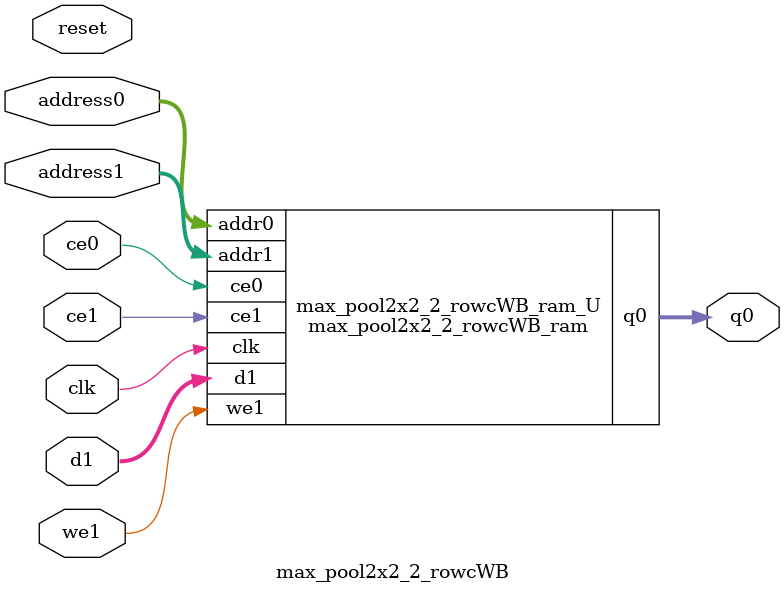
<source format=v>
`timescale 1 ns / 1 ps
module max_pool2x2_2_rowcWB_ram (addr0, ce0, q0, addr1, ce1, d1, we1,  clk);

parameter DWIDTH = 16;
parameter AWIDTH = 9;
parameter MEM_SIZE = 320;

input[AWIDTH-1:0] addr0;
input ce0;
output reg[DWIDTH-1:0] q0;
input[AWIDTH-1:0] addr1;
input ce1;
input[DWIDTH-1:0] d1;
input we1;
input clk;

(* ram_style = "block" *)reg [DWIDTH-1:0] ram[0:MEM_SIZE-1];




always @(posedge clk)  
begin 
    if (ce0) begin
        q0 <= ram[addr0];
    end
end


always @(posedge clk)  
begin 
    if (ce1) begin
        if (we1) 
            ram[addr1] <= d1; 
    end
end


endmodule

`timescale 1 ns / 1 ps
module max_pool2x2_2_rowcWB(
    reset,
    clk,
    address0,
    ce0,
    q0,
    address1,
    ce1,
    we1,
    d1);

parameter DataWidth = 32'd16;
parameter AddressRange = 32'd320;
parameter AddressWidth = 32'd9;
input reset;
input clk;
input[AddressWidth - 1:0] address0;
input ce0;
output[DataWidth - 1:0] q0;
input[AddressWidth - 1:0] address1;
input ce1;
input we1;
input[DataWidth - 1:0] d1;



max_pool2x2_2_rowcWB_ram max_pool2x2_2_rowcWB_ram_U(
    .clk( clk ),
    .addr0( address0 ),
    .ce0( ce0 ),
    .q0( q0 ),
    .addr1( address1 ),
    .ce1( ce1 ),
    .we1( we1 ),
    .d1( d1 ));

endmodule


</source>
